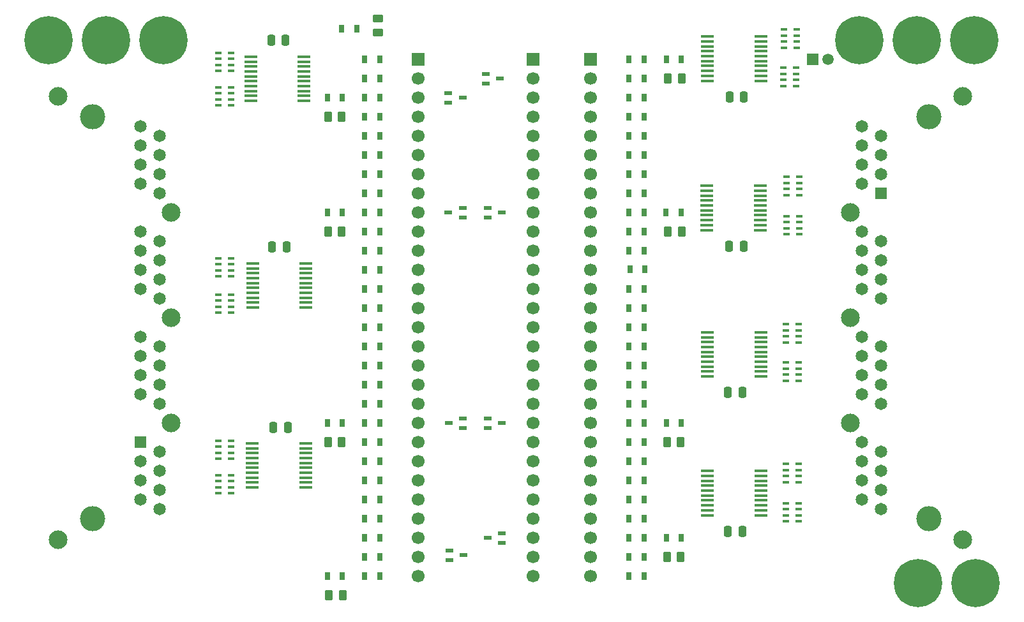
<source format=gts>
%TF.GenerationSoftware,KiCad,Pcbnew,9.0.4*%
%TF.CreationDate,2025-09-13T10:25:12+02:00*%
%TF.ProjectId,HCP65 56 Pin Tester,48435036-3520-4353-9620-50696e205465,V1*%
%TF.SameCoordinates,Original*%
%TF.FileFunction,Soldermask,Top*%
%TF.FilePolarity,Negative*%
%FSLAX46Y46*%
G04 Gerber Fmt 4.6, Leading zero omitted, Abs format (unit mm)*
G04 Created by KiCad (PCBNEW 9.0.4) date 2025-09-13 10:25:12*
%MOMM*%
%LPD*%
G01*
G04 APERTURE LIST*
G04 Aperture macros list*
%AMRoundRect*
0 Rectangle with rounded corners*
0 $1 Rounding radius*
0 $2 $3 $4 $5 $6 $7 $8 $9 X,Y pos of 4 corners*
0 Add a 4 corners polygon primitive as box body*
4,1,4,$2,$3,$4,$5,$6,$7,$8,$9,$2,$3,0*
0 Add four circle primitives for the rounded corners*
1,1,$1+$1,$2,$3*
1,1,$1+$1,$4,$5*
1,1,$1+$1,$6,$7*
1,1,$1+$1,$8,$9*
0 Add four rect primitives between the rounded corners*
20,1,$1+$1,$2,$3,$4,$5,0*
20,1,$1+$1,$4,$5,$6,$7,0*
20,1,$1+$1,$6,$7,$8,$9,0*
20,1,$1+$1,$8,$9,$2,$3,0*%
G04 Aperture macros list end*
%ADD10R,0.800000X1.000000*%
%ADD11RoundRect,0.250000X-0.262500X-0.450000X0.262500X-0.450000X0.262500X0.450000X-0.262500X0.450000X0*%
%ADD12R,1.800000X0.450000*%
%ADD13C,6.400000*%
%ADD14R,0.900000X0.450000*%
%ADD15R,1.000000X0.550000*%
%ADD16RoundRect,0.250000X0.250000X0.475000X-0.250000X0.475000X-0.250000X-0.475000X0.250000X-0.475000X0*%
%ADD17C,1.500000*%
%ADD18R,1.500000X1.500000*%
%ADD19RoundRect,0.250000X-0.250000X-0.475000X0.250000X-0.475000X0.250000X0.475000X-0.250000X0.475000X0*%
%ADD20C,2.475000*%
%ADD21C,1.650000*%
%ADD22R,1.650000X1.650000*%
%ADD23C,3.330000*%
%ADD24RoundRect,0.250000X0.450000X-0.262500X0.450000X0.262500X-0.450000X0.262500X-0.450000X-0.262500X0*%
%ADD25C,1.700000*%
%ADD26R,1.700000X1.700000*%
G04 APERTURE END LIST*
D10*
%TO.C,LED56*%
X64801999Y-39370000D03*
X66802000Y-39370000D03*
%TD*%
%TO.C,LED36*%
X64785999Y8890000D03*
X66786000Y8890000D03*
%TD*%
%TO.C,LED4*%
X69736499Y-39370000D03*
X71736500Y-39370000D03*
%TD*%
%TO.C,LED39*%
X64785999Y1270000D03*
X66786000Y1270000D03*
%TD*%
%TO.C,LED25*%
X31734001Y-46990000D03*
X29734000Y-46990000D03*
%TD*%
%TO.C,LED29*%
X31734001Y-36830000D03*
X29734000Y-36830000D03*
%TD*%
%TO.C,LED19*%
X31734001Y-21590000D03*
X29734000Y-21590000D03*
%TD*%
D11*
%TO.C,R1*%
X26693500Y1280000D03*
X24868500Y1280000D03*
%TD*%
D10*
%TO.C,LED58*%
X64801999Y-44450000D03*
X66802000Y-44450000D03*
%TD*%
%TO.C,LED12*%
X31734001Y1270000D03*
X29734000Y1270000D03*
%TD*%
D11*
%TO.C,R11*%
X71635500Y-57140000D03*
X69810500Y-57140000D03*
%TD*%
D10*
%TO.C,LED14*%
X31734001Y6350000D03*
X29734000Y6350000D03*
%TD*%
%TO.C,LED5*%
X26767501Y-59690000D03*
X24767500Y-59690000D03*
%TD*%
%TO.C,LED46*%
X64801999Y-16510000D03*
X66802000Y-16510000D03*
%TD*%
%TO.C,LED20*%
X31734001Y-19050000D03*
X29734000Y-19050000D03*
%TD*%
%TO.C,LED1*%
X26767501Y3810000D03*
X24767500Y3810000D03*
%TD*%
D12*
%TO.C,IC4*%
X75190000Y6092000D03*
X75190000Y6742000D03*
X75189999Y7392000D03*
X75190000Y8042000D03*
X75190000Y8692000D03*
X75190000Y9342000D03*
X75190000Y9992000D03*
X75189999Y10642000D03*
X75190000Y11292000D03*
X75190000Y11942000D03*
X82290000Y11942000D03*
X82290000Y11292000D03*
X82290001Y10642000D03*
X82290000Y9992000D03*
X82290000Y9342000D03*
X82290000Y8692000D03*
X82290000Y8042000D03*
X82290001Y7392000D03*
X82290000Y6742000D03*
X82290000Y6092000D03*
%TD*%
D13*
%TO.C,H1*%
X110617000Y11430000D03*
%TD*%
%TO.C,H7*%
X110744000Y-60579000D03*
%TD*%
D10*
%TO.C,LED30*%
X31734001Y-34290000D03*
X29734000Y-34290000D03*
%TD*%
D12*
%TO.C,IC6*%
X75190000Y-33151000D03*
X75190000Y-32501000D03*
X75189999Y-31851000D03*
X75190000Y-31201000D03*
X75190000Y-30551000D03*
X75190000Y-29901000D03*
X75190000Y-29251000D03*
X75189999Y-28601000D03*
X75190000Y-27951000D03*
X75190000Y-27301000D03*
X82290000Y-27301000D03*
X82290000Y-27951000D03*
X82290001Y-28601000D03*
X82290000Y-29251000D03*
X82290000Y-29901000D03*
X82290000Y-30551000D03*
X82290000Y-31201000D03*
X82290001Y-31851000D03*
X82290000Y-32501000D03*
X82290000Y-33151000D03*
%TD*%
D10*
%TO.C,LED55*%
X64801999Y-36830000D03*
X66802000Y-36830000D03*
%TD*%
D14*
%TO.C,RN1*%
X10361000Y2835800D03*
X10361000Y3635800D03*
X10361000Y4435800D03*
X10361000Y5235800D03*
X12061000Y5235800D03*
X12061000Y4435800D03*
X12061000Y3635800D03*
X12061000Y2835800D03*
%TD*%
D10*
%TO.C,LED57*%
X64801999Y-41910000D03*
X66802000Y-41910000D03*
%TD*%
%TO.C,LED27*%
X31734001Y-41910000D03*
X29734000Y-41910000D03*
%TD*%
D15*
%TO.C,D5*%
X42859999Y-56896000D03*
X40960000Y-57546000D03*
X40960000Y-56246000D03*
%TD*%
D10*
%TO.C,LED22*%
X31734001Y-13970000D03*
X29734000Y-13970000D03*
%TD*%
%TO.C,LED63*%
X64801999Y-57150000D03*
X66802000Y-57150000D03*
%TD*%
%TO.C,LED9*%
X31734001Y-6350000D03*
X29734000Y-6350000D03*
%TD*%
D11*
%TO.C,R7*%
X26693500Y-41900000D03*
X24868500Y-41900000D03*
%TD*%
D10*
%TO.C,LED8*%
X26767501Y-39370000D03*
X24767500Y-39370000D03*
%TD*%
%TO.C,LED34*%
X31750001Y-57150000D03*
X29750000Y-57150000D03*
%TD*%
D14*
%TO.C,RN3*%
X87054000Y12884000D03*
X87054000Y12084000D03*
X87054000Y11284000D03*
X87054000Y10484000D03*
X85354000Y10484000D03*
X85354000Y11284000D03*
X85354000Y12084000D03*
X85354000Y12884000D03*
%TD*%
%TO.C,RN12*%
X87308000Y-31312000D03*
X87308000Y-32112000D03*
X87308000Y-32912000D03*
X87308000Y-33712000D03*
X85608000Y-33712000D03*
X85608000Y-32912000D03*
X85608000Y-32112000D03*
X85608000Y-31312000D03*
%TD*%
D10*
%TO.C,LED26*%
X31734001Y-44450000D03*
X29734000Y-44450000D03*
%TD*%
%TO.C,LED13*%
X31734001Y3810000D03*
X29734000Y3810000D03*
%TD*%
%TO.C,LED61*%
X64801999Y-52070000D03*
X66802000Y-52070000D03*
%TD*%
%TO.C,LED21*%
X31734001Y-16510000D03*
X29734000Y-16510000D03*
%TD*%
%TO.C,LED15*%
X31734001Y8890000D03*
X29734000Y8890000D03*
%TD*%
%TO.C,LED43*%
X64801999Y-8890000D03*
X66802000Y-8890000D03*
%TD*%
D16*
%TO.C,C4*%
X17643000Y-39964000D03*
X19543000Y-39964000D03*
%TD*%
D10*
%TO.C,LED16*%
X31734001Y-29210000D03*
X29734000Y-29210000D03*
%TD*%
D17*
%TO.C,C10*%
X91170000Y8890000D03*
D18*
X89170000Y8890000D03*
%TD*%
D12*
%TO.C,IC7*%
X75190000Y-51566000D03*
X75190000Y-50916000D03*
X75189999Y-50266000D03*
X75190000Y-49616000D03*
X75190000Y-48966000D03*
X75190000Y-48316000D03*
X75190000Y-47666000D03*
X75189999Y-47016000D03*
X75190000Y-46366000D03*
X75190000Y-45716000D03*
X82290000Y-45716000D03*
X82290000Y-46366000D03*
X82290001Y-47016000D03*
X82290000Y-47666000D03*
X82290000Y-48316000D03*
X82290000Y-48966000D03*
X82290000Y-49616000D03*
X82290001Y-50266000D03*
X82290000Y-50916000D03*
X82290000Y-51566000D03*
%TD*%
D10*
%TO.C,LED3*%
X69706999Y-11430000D03*
X71707000Y-11430000D03*
%TD*%
D19*
%TO.C,C2*%
X80010000Y3937000D03*
X78110000Y3937000D03*
%TD*%
D15*
%TO.C,D1*%
X42732999Y3810000D03*
X40833000Y3160000D03*
X40833000Y4460000D03*
%TD*%
D14*
%TO.C,RN6*%
X10355000Y-19869000D03*
X10355000Y-19069000D03*
X10355000Y-18269000D03*
X10355000Y-17469000D03*
X12055000Y-17469000D03*
X12055000Y-18269000D03*
X12055000Y-19069000D03*
X12055000Y-19869000D03*
%TD*%
%TO.C,RN14*%
X87308000Y-49981000D03*
X87308000Y-50781000D03*
X87308000Y-51581000D03*
X87308000Y-52381000D03*
X85608000Y-52381000D03*
X85608000Y-51581000D03*
X85608000Y-50781000D03*
X85608000Y-49981000D03*
%TD*%
D12*
%TO.C,IC1*%
X21711000Y9275000D03*
X21711000Y8625000D03*
X21711001Y7975000D03*
X21711000Y7325000D03*
X21711000Y6675000D03*
X21711000Y6025000D03*
X21711000Y5375000D03*
X21711001Y4725000D03*
X21711000Y4075000D03*
X21711000Y3425000D03*
X14611000Y3425000D03*
X14611000Y4075000D03*
X14610999Y4725000D03*
X14611000Y5375000D03*
X14611000Y6025000D03*
X14611000Y6675000D03*
X14611000Y7325000D03*
X14610999Y7975000D03*
X14611000Y8625000D03*
X14611000Y9275000D03*
%TD*%
D16*
%TO.C,C5*%
X17449000Y-16002000D03*
X19349000Y-16002000D03*
%TD*%
D12*
%TO.C,IC3*%
X21899000Y-42033000D03*
X21899000Y-42683000D03*
X21899001Y-43333000D03*
X21899000Y-43983000D03*
X21899000Y-44633000D03*
X21899000Y-45283000D03*
X21899000Y-45933000D03*
X21899001Y-46583000D03*
X21899000Y-47233000D03*
X21899000Y-47883000D03*
X14799000Y-47883000D03*
X14799000Y-47233000D03*
X14798999Y-46583000D03*
X14799000Y-45933000D03*
X14799000Y-45283000D03*
X14799000Y-44633000D03*
X14799000Y-43983000D03*
X14798999Y-43333000D03*
X14799000Y-42683000D03*
X14799000Y-42033000D03*
%TD*%
D10*
%TO.C,LED6*%
X69736499Y8890000D03*
X71736500Y8890000D03*
%TD*%
D14*
%TO.C,RN9*%
X10289000Y-44085000D03*
X10289000Y-43285000D03*
X10289000Y-42485000D03*
X10289000Y-41685000D03*
X11989000Y-41685000D03*
X11989000Y-42485000D03*
X11989000Y-43285000D03*
X11989000Y-44085000D03*
%TD*%
D10*
%TO.C,LED17*%
X31734001Y-26670000D03*
X29734000Y-26670000D03*
%TD*%
%TO.C,LED18*%
X31734001Y-24130000D03*
X29734000Y-24130000D03*
%TD*%
D19*
%TO.C,C7*%
X79833000Y-53721000D03*
X77933000Y-53721000D03*
%TD*%
D16*
%TO.C,C1*%
X17334000Y11445000D03*
X19234000Y11445000D03*
%TD*%
D20*
%TO.C,J1*%
X-10920000Y-54860000D03*
X4060000Y-39370000D03*
X4060000Y-25400001D03*
X4060000Y-11430000D03*
X-10920000Y4060000D03*
D21*
X2540000Y-8890000D03*
X0Y-7619999D03*
X2540000Y-6350000D03*
X0Y-5080000D03*
X2540000Y-3810000D03*
X0Y-2540000D03*
X2540000Y-1270000D03*
X0Y0D03*
X2540000Y-22860000D03*
X0Y-21590000D03*
X2540000Y-20320000D03*
X0Y-19050000D03*
X2540000Y-17780000D03*
X0Y-16510000D03*
X2540000Y-15240000D03*
X0Y-13970001D03*
X2540000Y-36830000D03*
X0Y-35560000D03*
X2540000Y-34290000D03*
X0Y-33020000D03*
X2540000Y-31750000D03*
X0Y-30479999D03*
X2540000Y-29210000D03*
X0Y-27940000D03*
X2540000Y-50800000D03*
X0Y-49530000D03*
X2540000Y-48260000D03*
X0Y-46989999D03*
X2540000Y-45720000D03*
X0Y-44450000D03*
X2540000Y-43180000D03*
D22*
X0Y-41910000D03*
D23*
X-6350000Y-52070000D03*
X-6350000Y1270000D03*
%TD*%
D13*
%TO.C,H5*%
X103124000Y-60579000D03*
%TD*%
D10*
%TO.C,LED37*%
X64801999Y6350000D03*
X66802000Y6350000D03*
%TD*%
%TO.C,LED62*%
X64801999Y-54610000D03*
X66802000Y-54610000D03*
%TD*%
%TO.C,LED31*%
X31734001Y-31750000D03*
X29734000Y-31750000D03*
%TD*%
D14*
%TO.C,RN2*%
X10361000Y7402800D03*
X10361000Y8202800D03*
X10361000Y9002800D03*
X10361000Y9802800D03*
X12061000Y9802800D03*
X12061000Y9002800D03*
X12061000Y8202800D03*
X12061000Y7402800D03*
%TD*%
D10*
%TO.C,LED42*%
X64801999Y-6350000D03*
X66802000Y-6350000D03*
%TD*%
%TO.C,LED60*%
X64801999Y-49530000D03*
X66802000Y-49530000D03*
%TD*%
D15*
%TO.C,D8*%
X40894001Y-39370000D03*
X42794000Y-38720000D03*
X42794000Y-40020000D03*
%TD*%
D10*
%TO.C,LED44*%
X64785999Y-11430000D03*
X66786000Y-11430000D03*
%TD*%
D11*
%TO.C,R4*%
X26820500Y-62220000D03*
X24995500Y-62220000D03*
%TD*%
D24*
%TO.C,R12*%
X31496000Y14351000D03*
X31496000Y12526000D03*
%TD*%
D19*
%TO.C,C3*%
X80005000Y-15875000D03*
X78105000Y-15875000D03*
%TD*%
D25*
%TO.C,J8*%
X36830000Y-59690000D03*
X36830000Y-57150000D03*
X36830000Y-54610000D03*
X36830000Y-52070000D03*
X36830000Y-49530000D03*
X36830000Y-46990000D03*
X36830000Y-44450000D03*
X36830000Y-41910000D03*
X36830000Y-39370000D03*
X36830000Y-36830000D03*
X36830000Y-34290000D03*
X36830000Y-31750000D03*
X36830000Y-29210000D03*
X36830000Y-26670000D03*
X36830000Y-24130000D03*
X36830000Y-21590000D03*
X36830000Y-19050000D03*
X36830000Y-16510000D03*
X36830000Y-13970000D03*
X36830000Y-11430000D03*
X36830000Y-8890000D03*
X36830000Y-6350000D03*
X36830000Y-3810000D03*
X36830000Y-1270000D03*
X36830000Y1270000D03*
X36830000Y3810000D03*
X36830000Y6350000D03*
D26*
X36830000Y8890000D03*
%TD*%
D15*
%TO.C,D7*%
X40833001Y-11430000D03*
X42733000Y-10780000D03*
X42733000Y-12080000D03*
%TD*%
D10*
%TO.C,LED7*%
X26767501Y-11430000D03*
X24767500Y-11430000D03*
%TD*%
D13*
%TO.C,H2*%
X-12192000Y11430000D03*
%TD*%
D10*
%TO.C,LED23*%
X31734001Y-11430000D03*
X29734000Y-11430000D03*
%TD*%
%TO.C,LED53*%
X64801999Y-31750000D03*
X66802000Y-31750000D03*
%TD*%
%TO.C,LED24*%
X31734001Y-49530000D03*
X29734000Y-49530000D03*
%TD*%
%TO.C,LED52*%
X64801999Y-29210000D03*
X66802000Y-29210000D03*
%TD*%
D15*
%TO.C,D6*%
X47685999Y6350000D03*
X45786000Y5700000D03*
X45786000Y7000000D03*
%TD*%
D10*
%TO.C,LED35*%
X31750001Y-59690000D03*
X29750000Y-59690000D03*
%TD*%
%TO.C,LED10*%
X31734001Y-3810000D03*
X29734000Y-3810000D03*
%TD*%
D14*
%TO.C,RN4*%
X86927000Y7804000D03*
X86927000Y7004000D03*
X86927000Y6204000D03*
X86927000Y5404000D03*
X85227000Y5404000D03*
X85227000Y6204000D03*
X85227000Y7004000D03*
X85227000Y7804000D03*
%TD*%
D25*
%TO.C,J3*%
X52070000Y-59690000D03*
X52070000Y-57150000D03*
X52070000Y-54610000D03*
X52070000Y-52070000D03*
X52070000Y-49530000D03*
X52070000Y-46990000D03*
X52070000Y-44450000D03*
X52070000Y-41910000D03*
X52070000Y-39370000D03*
X52070000Y-36830000D03*
X52070000Y-34290000D03*
X52070000Y-31750000D03*
X52070000Y-29210000D03*
X52070000Y-26670000D03*
X52070000Y-24130000D03*
X52070000Y-21590000D03*
X52070000Y-19050000D03*
X52070000Y-16510000D03*
X52070000Y-13970000D03*
X52070000Y-11430000D03*
X52070000Y-8890000D03*
X52070000Y-6350000D03*
X52070000Y-3810000D03*
X52070000Y-1270000D03*
X52070000Y1270000D03*
X52070000Y3810000D03*
X52070000Y6350000D03*
D26*
X52070000Y8890000D03*
%TD*%
D10*
%TO.C,LED59*%
X64801999Y-46990000D03*
X66802000Y-46990000D03*
%TD*%
%TO.C,LED47*%
X64928999Y-18923000D03*
X66929000Y-18923000D03*
%TD*%
D14*
%TO.C,RN10*%
X10289000Y-48657000D03*
X10289000Y-47857000D03*
X10289000Y-47057000D03*
X10289000Y-46257000D03*
X11989000Y-46257000D03*
X11989000Y-47057000D03*
X11989000Y-47857000D03*
X11989000Y-48657000D03*
%TD*%
D10*
%TO.C,LED50*%
X64801999Y-24130000D03*
X66802000Y-24130000D03*
%TD*%
%TO.C,LED33*%
X31750001Y-54610000D03*
X29750000Y-54610000D03*
%TD*%
D13*
%TO.C,H3*%
X-4572000Y11430000D03*
%TD*%
D14*
%TO.C,RN5*%
X10355000Y-24695000D03*
X10355000Y-23895000D03*
X10355000Y-23095000D03*
X10355000Y-22295000D03*
X12055000Y-22295000D03*
X12055000Y-23095000D03*
X12055000Y-23895000D03*
X12055000Y-24695000D03*
%TD*%
D10*
%TO.C,LED32*%
X31750001Y-52070000D03*
X29750000Y-52070000D03*
%TD*%
%TO.C,LED64*%
X64801999Y-59690000D03*
X66802000Y-59690000D03*
%TD*%
%TO.C,LED51*%
X64801999Y-26670000D03*
X66802000Y-26670000D03*
%TD*%
D15*
%TO.C,D4*%
X47939999Y-39370000D03*
X46040000Y-40020000D03*
X46040000Y-38720000D03*
%TD*%
D19*
%TO.C,C6*%
X79833000Y-35306000D03*
X77933000Y-35306000D03*
%TD*%
D13*
%TO.C,H6*%
X95377000Y11430000D03*
%TD*%
%TO.C,H8*%
X102997000Y11430000D03*
%TD*%
D20*
%TO.C,J4*%
X109093500Y4060000D03*
X94113500Y-11430000D03*
X94113500Y-25399999D03*
X94113500Y-39370000D03*
X109093500Y-54860000D03*
D21*
X95633500Y-41910000D03*
X98173500Y-43180001D03*
X95633500Y-44450000D03*
X98173500Y-45720000D03*
X95633500Y-46990000D03*
X98173500Y-48260000D03*
X95633500Y-49530000D03*
X98173500Y-50800000D03*
X95633500Y-27940000D03*
X98173500Y-29210000D03*
X95633500Y-30480000D03*
X98173500Y-31750000D03*
X95633500Y-33020000D03*
X98173500Y-34290000D03*
X95633500Y-35560000D03*
X98173500Y-36829999D03*
X95633500Y-13970000D03*
X98173500Y-15240000D03*
X95633500Y-16510000D03*
X98173500Y-17780000D03*
X95633500Y-19050000D03*
X98173500Y-20320001D03*
X95633500Y-21590000D03*
X98173500Y-22860000D03*
X95633500Y0D03*
X98173500Y-1270000D03*
X95633500Y-2540000D03*
X98173500Y-3810001D03*
X95633500Y-5080000D03*
X98173500Y-6350000D03*
X95633500Y-7620000D03*
D22*
X98173500Y-8890000D03*
D23*
X104523500Y1270000D03*
X104523500Y-52070000D03*
%TD*%
D15*
%TO.C,D3*%
X47939999Y-11430000D03*
X46040000Y-12080000D03*
X46040000Y-10780000D03*
%TD*%
D10*
%TO.C,LED54*%
X64801999Y-34290000D03*
X66802000Y-34290000D03*
%TD*%
D25*
%TO.C,J9*%
X59690000Y-59690000D03*
X59690000Y-57150000D03*
X59690000Y-54610000D03*
X59690000Y-52070000D03*
X59690000Y-49530000D03*
X59690000Y-46990000D03*
X59690000Y-44450000D03*
X59690000Y-41910000D03*
X59690000Y-39370000D03*
X59690000Y-36830000D03*
X59690000Y-34290000D03*
X59690000Y-31750000D03*
X59690000Y-29210000D03*
X59690000Y-26670000D03*
X59690000Y-24130000D03*
X59690000Y-21590000D03*
X59690000Y-19050000D03*
X59690000Y-16510000D03*
X59690000Y-13970000D03*
X59690000Y-11430000D03*
X59690000Y-8890000D03*
X59690000Y-6350000D03*
X59690000Y-3810000D03*
X59690000Y-1270000D03*
X59690000Y1270000D03*
X59690000Y3810000D03*
X59690000Y6350000D03*
D26*
X59690000Y8890000D03*
%TD*%
D10*
%TO.C,LED28*%
X31734001Y-39370000D03*
X29734000Y-39370000D03*
%TD*%
D14*
%TO.C,RN7*%
X87353000Y-6674000D03*
X87353000Y-7474000D03*
X87353000Y-8274000D03*
X87353000Y-9074000D03*
X85653000Y-9074000D03*
X85653000Y-8274000D03*
X85653000Y-7474000D03*
X85653000Y-6674000D03*
%TD*%
D10*
%TO.C,LED11*%
X31734001Y-1270000D03*
X29734000Y-1270000D03*
%TD*%
%TO.C,LED45*%
X64801999Y-13970000D03*
X66802000Y-13970000D03*
%TD*%
%TO.C,LED2*%
X69736499Y-54610000D03*
X71736500Y-54610000D03*
%TD*%
D12*
%TO.C,IC5*%
X75108000Y-13720000D03*
X75108000Y-13070000D03*
X75107999Y-12420000D03*
X75108000Y-11770000D03*
X75108000Y-11120000D03*
X75108000Y-10470000D03*
X75108000Y-9820000D03*
X75107999Y-9170000D03*
X75108000Y-8520000D03*
X75108000Y-7870000D03*
X82208000Y-7870000D03*
X82208000Y-8520000D03*
X82208001Y-9170000D03*
X82208000Y-9820000D03*
X82208000Y-10470000D03*
X82208000Y-11120000D03*
X82208000Y-11770000D03*
X82208001Y-12420000D03*
X82208000Y-13070000D03*
X82208000Y-13720000D03*
%TD*%
D11*
%TO.C,R3*%
X71635500Y-41900000D03*
X69810500Y-41900000D03*
%TD*%
D12*
%TO.C,IC2*%
X21965000Y-18157000D03*
X21965000Y-18807000D03*
X21965001Y-19457000D03*
X21965000Y-20107000D03*
X21965000Y-20757000D03*
X21965000Y-21407000D03*
X21965000Y-22057000D03*
X21965001Y-22707000D03*
X21965000Y-23357000D03*
X21965000Y-24007000D03*
X14865000Y-24007000D03*
X14865000Y-23357000D03*
X14864999Y-22707000D03*
X14865000Y-22057000D03*
X14865000Y-21407000D03*
X14865000Y-20757000D03*
X14865000Y-20107000D03*
X14864999Y-19457000D03*
X14865000Y-18807000D03*
X14865000Y-18157000D03*
%TD*%
D14*
%TO.C,RN11*%
X87308000Y-26232000D03*
X87308000Y-27032000D03*
X87308000Y-27832000D03*
X87308000Y-28632000D03*
X85608000Y-28632000D03*
X85608000Y-27832000D03*
X85608000Y-27032000D03*
X85608000Y-26232000D03*
%TD*%
D10*
%TO.C,LED38*%
X64801999Y3810000D03*
X66802000Y3810000D03*
%TD*%
D13*
%TO.C,H4*%
X3048000Y11430000D03*
%TD*%
D11*
%TO.C,R5*%
X71762500Y6360000D03*
X69937500Y6360000D03*
%TD*%
D10*
%TO.C,LED65*%
X28672501Y12954000D03*
X26672500Y12954000D03*
%TD*%
%TO.C,LED49*%
X64801999Y-21590000D03*
X66802000Y-21590000D03*
%TD*%
D14*
%TO.C,RN13*%
X87308000Y-44774000D03*
X87308000Y-45574000D03*
X87308000Y-46374000D03*
X87308000Y-47174000D03*
X85608000Y-47174000D03*
X85608000Y-46374000D03*
X85608000Y-45574000D03*
X85608000Y-44774000D03*
%TD*%
D10*
%TO.C,LED40*%
X64801999Y-1270000D03*
X66802000Y-1270000D03*
%TD*%
D14*
%TO.C,RN8*%
X87353000Y-11881000D03*
X87353000Y-12681000D03*
X87353000Y-13481000D03*
X87353000Y-14281000D03*
X85653000Y-14281000D03*
X85653000Y-13481000D03*
X85653000Y-12681000D03*
X85653000Y-11881000D03*
%TD*%
D11*
%TO.C,R2*%
X71762500Y-13960000D03*
X69937500Y-13960000D03*
%TD*%
D10*
%TO.C,LED41*%
X64801999Y-3810000D03*
X66802000Y-3810000D03*
%TD*%
D11*
%TO.C,R6*%
X26693500Y-13960000D03*
X24868500Y-13960000D03*
%TD*%
D10*
%TO.C,LED48*%
X31734001Y-8890000D03*
X29734000Y-8890000D03*
%TD*%
D15*
%TO.C,D2*%
X46040001Y-54610000D03*
X47940000Y-53960000D03*
X47940000Y-55260000D03*
%TD*%
M02*

</source>
